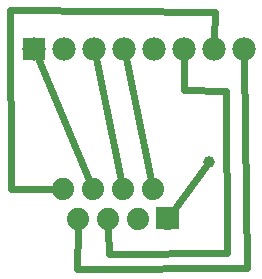
<source format=gbl>
G04 MADE WITH FRITZING*
G04 WWW.FRITZING.ORG*
G04 DOUBLE SIDED*
G04 HOLES PLATED*
G04 CONTOUR ON CENTER OF CONTOUR VECTOR*
%ASAXBY*%
%FSLAX23Y23*%
%MOIN*%
%OFA0B0*%
%SFA1.0B1.0*%
%ADD10C,0.074000*%
%ADD11C,0.078000*%
%ADD12C,0.039370*%
%ADD13R,0.078000X0.078000*%
%ADD14C,0.024000*%
%ADD15R,0.001000X0.001000*%
%LNCOPPER0*%
G90*
G70*
G54D10*
X323Y482D03*
X373Y382D03*
X423Y482D03*
X523Y482D03*
X623Y482D03*
X473Y382D03*
X573Y382D03*
X673Y382D03*
X323Y482D03*
X373Y382D03*
X423Y482D03*
X523Y482D03*
X623Y482D03*
X473Y382D03*
X573Y382D03*
X673Y382D03*
G54D11*
X227Y946D03*
X327Y946D03*
X427Y946D03*
X527Y946D03*
X627Y946D03*
X727Y946D03*
X827Y946D03*
X927Y946D03*
X227Y946D03*
X327Y946D03*
X427Y946D03*
X527Y946D03*
X627Y946D03*
X727Y946D03*
X827Y946D03*
X927Y946D03*
G54D12*
X810Y572D03*
G54D13*
X227Y946D03*
X227Y946D03*
G54D14*
X936Y218D02*
X369Y215D01*
D02*
X369Y215D02*
X372Y351D01*
D02*
X927Y916D02*
X936Y218D01*
D02*
X533Y916D02*
X617Y512D01*
D02*
X411Y510D02*
X239Y918D01*
D02*
X827Y976D02*
X829Y1071D01*
D02*
X829Y1071D02*
X146Y1077D01*
D02*
X146Y1077D02*
X151Y482D01*
D02*
X151Y482D02*
X292Y482D01*
D02*
X727Y916D02*
X728Y811D01*
D02*
X728Y811D02*
X865Y809D01*
D02*
X865Y809D02*
X870Y269D01*
D02*
X870Y269D02*
X477Y263D01*
D02*
X477Y263D02*
X474Y351D01*
D02*
X433Y916D02*
X517Y512D01*
D02*
X799Y557D02*
X691Y407D01*
G54D15*
X635Y420D02*
X708Y420D01*
X635Y419D02*
X708Y419D01*
X635Y418D02*
X708Y418D01*
X635Y417D02*
X708Y417D01*
X635Y416D02*
X708Y416D01*
X635Y415D02*
X708Y415D01*
X635Y414D02*
X708Y414D01*
X635Y413D02*
X708Y413D01*
X635Y412D02*
X708Y412D01*
X635Y411D02*
X708Y411D01*
X635Y410D02*
X708Y410D01*
X635Y409D02*
X708Y409D01*
X635Y408D02*
X708Y408D01*
X635Y407D02*
X708Y407D01*
X635Y406D02*
X708Y406D01*
X635Y405D02*
X708Y405D01*
X635Y404D02*
X708Y404D01*
X635Y403D02*
X671Y403D01*
X673Y403D02*
X708Y403D01*
X635Y402D02*
X665Y402D01*
X678Y402D02*
X708Y402D01*
X635Y401D02*
X663Y401D01*
X681Y401D02*
X708Y401D01*
X635Y400D02*
X661Y400D01*
X683Y400D02*
X708Y400D01*
X635Y399D02*
X660Y399D01*
X684Y399D02*
X708Y399D01*
X635Y398D02*
X658Y398D01*
X685Y398D02*
X708Y398D01*
X635Y397D02*
X657Y397D01*
X686Y397D02*
X708Y397D01*
X635Y396D02*
X656Y396D01*
X687Y396D02*
X708Y396D01*
X635Y395D02*
X656Y395D01*
X688Y395D02*
X708Y395D01*
X635Y394D02*
X655Y394D01*
X689Y394D02*
X708Y394D01*
X635Y393D02*
X654Y393D01*
X689Y393D02*
X708Y393D01*
X635Y392D02*
X654Y392D01*
X690Y392D02*
X708Y392D01*
X635Y391D02*
X653Y391D01*
X690Y391D02*
X708Y391D01*
X635Y390D02*
X653Y390D01*
X691Y390D02*
X708Y390D01*
X635Y389D02*
X653Y389D01*
X691Y389D02*
X708Y389D01*
X635Y388D02*
X652Y388D01*
X691Y388D02*
X708Y388D01*
X635Y387D02*
X652Y387D01*
X692Y387D02*
X708Y387D01*
X635Y386D02*
X652Y386D01*
X692Y386D02*
X708Y386D01*
X635Y385D02*
X652Y385D01*
X692Y385D02*
X708Y385D01*
X635Y384D02*
X652Y384D01*
X692Y384D02*
X708Y384D01*
X635Y383D02*
X652Y383D01*
X692Y383D02*
X708Y383D01*
X635Y382D02*
X652Y382D01*
X692Y382D02*
X708Y382D01*
X635Y381D02*
X652Y381D01*
X692Y381D02*
X708Y381D01*
X635Y380D02*
X652Y380D01*
X692Y380D02*
X708Y380D01*
X635Y379D02*
X652Y379D01*
X691Y379D02*
X708Y379D01*
X635Y378D02*
X652Y378D01*
X691Y378D02*
X708Y378D01*
X635Y377D02*
X653Y377D01*
X691Y377D02*
X708Y377D01*
X635Y376D02*
X653Y376D01*
X691Y376D02*
X708Y376D01*
X635Y375D02*
X654Y375D01*
X690Y375D02*
X708Y375D01*
X635Y374D02*
X654Y374D01*
X690Y374D02*
X708Y374D01*
X635Y373D02*
X655Y373D01*
X689Y373D02*
X708Y373D01*
X635Y372D02*
X655Y372D01*
X688Y372D02*
X708Y372D01*
X635Y371D02*
X656Y371D01*
X688Y371D02*
X708Y371D01*
X635Y370D02*
X657Y370D01*
X687Y370D02*
X708Y370D01*
X635Y369D02*
X658Y369D01*
X686Y369D02*
X708Y369D01*
X635Y368D02*
X659Y368D01*
X684Y368D02*
X708Y368D01*
X635Y367D02*
X660Y367D01*
X683Y367D02*
X708Y367D01*
X635Y366D02*
X662Y366D01*
X681Y366D02*
X708Y366D01*
X635Y365D02*
X664Y365D01*
X679Y365D02*
X708Y365D01*
X635Y364D02*
X668Y364D01*
X675Y364D02*
X708Y364D01*
X635Y363D02*
X708Y363D01*
X635Y362D02*
X708Y362D01*
X635Y361D02*
X708Y361D01*
X635Y360D02*
X708Y360D01*
X635Y359D02*
X708Y359D01*
X635Y358D02*
X708Y358D01*
X635Y357D02*
X708Y357D01*
X635Y356D02*
X708Y356D01*
X635Y355D02*
X708Y355D01*
X635Y354D02*
X708Y354D01*
X635Y353D02*
X708Y353D01*
X635Y352D02*
X708Y352D01*
X635Y351D02*
X708Y351D01*
X635Y350D02*
X708Y350D01*
X635Y349D02*
X708Y349D01*
X635Y348D02*
X708Y348D01*
X635Y347D02*
X708Y347D01*
D02*
G04 End of Copper0*
M02*
</source>
